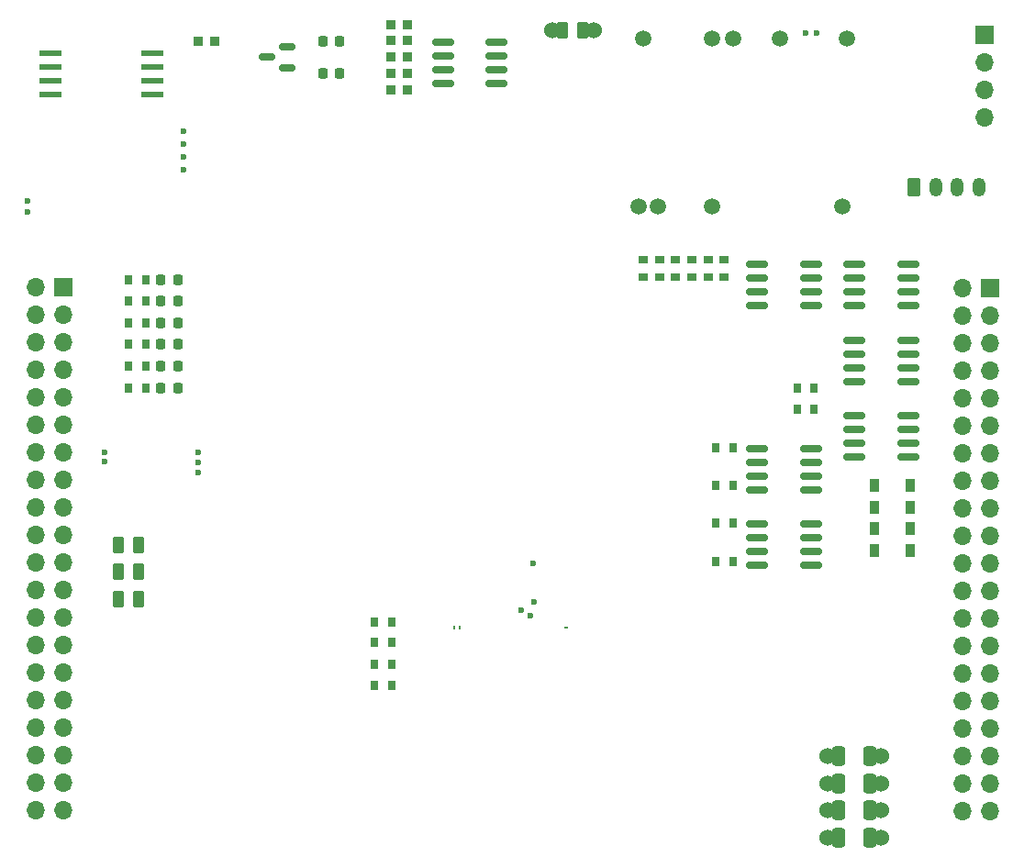
<source format=gbr>
%TF.GenerationSoftware,KiCad,Pcbnew,8.0.7*%
%TF.CreationDate,2024-12-26T23:24:23+03:00*%
%TF.ProjectId,uaefi,75616566-692e-46b6-9963-61645f706362,D*%
%TF.SameCoordinates,Original*%
%TF.FileFunction,Soldermask,Top*%
%TF.FilePolarity,Negative*%
%FSLAX46Y46*%
G04 Gerber Fmt 4.6, Leading zero omitted, Abs format (unit mm)*
G04 Created by KiCad (PCBNEW 8.0.7) date 2024-12-26 23:24:23*
%MOMM*%
%LPD*%
G01*
G04 APERTURE LIST*
G04 Aperture macros list*
%AMRoundRect*
0 Rectangle with rounded corners*
0 $1 Rounding radius*
0 $2 $3 $4 $5 $6 $7 $8 $9 X,Y pos of 4 corners*
0 Add a 4 corners polygon primitive as box body*
4,1,4,$2,$3,$4,$5,$6,$7,$8,$9,$2,$3,0*
0 Add four circle primitives for the rounded corners*
1,1,$1+$1,$2,$3*
1,1,$1+$1,$4,$5*
1,1,$1+$1,$6,$7*
1,1,$1+$1,$8,$9*
0 Add four rect primitives between the rounded corners*
20,1,$1+$1,$2,$3,$4,$5,0*
20,1,$1+$1,$4,$5,$6,$7,0*
20,1,$1+$1,$6,$7,$8,$9,0*
20,1,$1+$1,$8,$9,$2,$3,0*%
G04 Aperture macros list end*
%ADD10RoundRect,0.085000X-0.340000X-0.340000X0.340000X-0.340000X0.340000X0.340000X-0.340000X0.340000X0*%
%ADD11RoundRect,0.070000X-0.280000X-0.390000X0.280000X-0.390000X0.280000X0.390000X-0.280000X0.390000X0*%
%ADD12C,1.500000*%
%ADD13C,0.600000*%
%ADD14RoundRect,0.218750X-0.218750X-0.256250X0.218750X-0.256250X0.218750X0.256250X-0.218750X0.256250X0*%
%ADD15RoundRect,0.070000X0.390000X-0.280000X0.390000X0.280000X-0.390000X0.280000X-0.390000X-0.280000X0*%
%ADD16R,1.700000X1.700000*%
%ADD17O,1.700000X1.700000*%
%ADD18RoundRect,0.250000X-0.350000X-0.625000X0.350000X-0.625000X0.350000X0.625000X-0.350000X0.625000X0*%
%ADD19O,1.200000X1.750000*%
%ADD20RoundRect,0.100000X-0.400000X-0.625000X0.400000X-0.625000X0.400000X0.625000X-0.400000X0.625000X0*%
%ADD21RoundRect,0.150000X-0.825000X-0.150000X0.825000X-0.150000X0.825000X0.150000X-0.825000X0.150000X0*%
%ADD22RoundRect,0.090000X0.360000X0.510000X-0.360000X0.510000X-0.360000X-0.510000X0.360000X-0.510000X0*%
%ADD23C,1.524000*%
%ADD24RoundRect,0.230000X-0.345000X0.670000X-0.345000X-0.670000X0.345000X-0.670000X0.345000X0.670000X0*%
%ADD25RoundRect,0.150000X0.587500X0.150000X-0.587500X0.150000X-0.587500X-0.150000X0.587500X-0.150000X0*%
%ADD26O,0.499999X0.250000*%
%ADD27O,0.250000X0.499999*%
%ADD28C,0.599999*%
%ADD29RoundRect,0.100000X0.400000X0.625000X-0.400000X0.625000X-0.400000X-0.625000X0.400000X-0.625000X0*%
%ADD30RoundRect,0.041300X-0.968700X-0.253700X0.968700X-0.253700X0.968700X0.253700X-0.968700X0.253700X0*%
%ADD31RoundRect,0.230000X0.345000X-0.670000X0.345000X0.670000X-0.345000X0.670000X-0.345000X-0.670000X0*%
G04 APERTURE END LIST*
D10*
%TO.C,C28*%
X109209999Y-46000000D03*
X110790001Y-46000000D03*
%TD*%
D11*
%TO.C,R12*%
X139200000Y-85000000D03*
X140800000Y-85000000D03*
%TD*%
D12*
%TO.C,M1*%
X132500000Y-47250002D03*
X138899997Y-47250002D03*
X140800000Y-47250002D03*
X145100000Y-47250002D03*
D13*
X147499997Y-46800003D03*
X148499998Y-46800003D03*
D12*
X151350000Y-47250002D03*
X132049998Y-62749999D03*
X133899997Y-62749999D03*
X138850000Y-62749999D03*
X150899998Y-62749999D03*
%TD*%
D14*
%TO.C,F6*%
X88000000Y-69500000D03*
X89575000Y-69500000D03*
%TD*%
D15*
%TO.C,R33*%
X134000000Y-69300000D03*
X134000000Y-67700000D03*
%TD*%
D16*
%TO.C,BLUETOOTH1*%
X164000000Y-46960000D03*
D17*
X164000000Y-49500000D03*
X164000000Y-52040000D03*
X164000000Y-54580000D03*
%TD*%
D11*
%TO.C,R10*%
X139200000Y-92000000D03*
X140800000Y-92000000D03*
%TD*%
D14*
%TO.C,L1*%
X102925000Y-47500000D03*
X104500000Y-47500000D03*
%TD*%
D18*
%TO.C,USB1*%
X157500000Y-61000000D03*
D19*
X159500000Y-61000000D03*
X161500000Y-61000000D03*
X163500000Y-61000000D03*
%TD*%
D10*
%TO.C,C31*%
X109209999Y-50470000D03*
X110790001Y-50470000D03*
%TD*%
D20*
%TO.C,R8*%
X84049999Y-99005856D03*
X85950021Y-99005856D03*
%TD*%
D10*
%TO.C,C29*%
X109209999Y-47470000D03*
X110790001Y-47470000D03*
%TD*%
%TO.C,C30*%
X109209999Y-48970000D03*
X110790001Y-48970000D03*
%TD*%
D21*
%TO.C,U9*%
X152025000Y-68095000D03*
X152025000Y-69365000D03*
X152025000Y-70635000D03*
X152025000Y-71905000D03*
X156975000Y-71905000D03*
X156975000Y-70635000D03*
X156975000Y-69365000D03*
X156975000Y-68095000D03*
%TD*%
%TO.C,U6*%
X152025000Y-82095000D03*
X152025000Y-83365000D03*
X152025000Y-84635000D03*
X152025000Y-85905000D03*
X156975000Y-85905000D03*
X156975000Y-84635000D03*
X156975000Y-83365000D03*
X156975000Y-82095000D03*
%TD*%
D15*
%TO.C,R29*%
X140000000Y-69300000D03*
X140000000Y-67700000D03*
%TD*%
D22*
%TO.C,D5*%
X157150000Y-90500000D03*
X153850000Y-90500000D03*
%TD*%
D20*
%TO.C,R7*%
X84049999Y-96502928D03*
X85950021Y-96502928D03*
%TD*%
D13*
%TO.C,M2*%
X91475000Y-85425002D03*
X91475000Y-86375002D03*
X91475000Y-87325000D03*
X82775000Y-86325002D03*
X82775000Y-85425002D03*
%TD*%
D11*
%TO.C,R21*%
X84987500Y-71500000D03*
X86587500Y-71500000D03*
%TD*%
D15*
%TO.C,R31*%
X137000000Y-69300000D03*
X137000000Y-67700000D03*
%TD*%
D22*
%TO.C,D4*%
X157150000Y-88500000D03*
X153850000Y-88500000D03*
%TD*%
D10*
%TO.C,C27*%
X91419998Y-47500000D03*
X93000000Y-47500000D03*
%TD*%
D21*
%TO.C,U11*%
X152025000Y-75095000D03*
X152025000Y-76365000D03*
X152025000Y-77635000D03*
X152025000Y-78905000D03*
X156975000Y-78905000D03*
X156975000Y-77635000D03*
X156975000Y-76365000D03*
X156975000Y-75095000D03*
%TD*%
D23*
%TO.C,F1*%
X154450000Y-113500000D03*
D24*
X153450010Y-113500000D03*
X150549990Y-113500000D03*
D23*
X149550000Y-113500000D03*
%TD*%
D21*
%TO.C,U4*%
X114025000Y-47595000D03*
X114025000Y-48865000D03*
X114025000Y-50135000D03*
X114025000Y-51405000D03*
X118975000Y-51405000D03*
X118975000Y-50135000D03*
X118975000Y-48865000D03*
X118975000Y-47595000D03*
%TD*%
D25*
%TO.C,D8*%
X99650000Y-49950000D03*
X99650000Y-48050000D03*
X97775000Y-49000000D03*
%TD*%
D14*
%TO.C,L2*%
X102925000Y-50500000D03*
X104500000Y-50500000D03*
%TD*%
D21*
%TO.C,U7*%
X143025000Y-92095000D03*
X143025000Y-93365000D03*
X143025000Y-94635000D03*
X143025000Y-95905000D03*
X147975000Y-95905000D03*
X147975000Y-94635000D03*
X147975000Y-93365000D03*
X147975000Y-92095000D03*
%TD*%
D26*
%TO.C,CAN1*%
X125437495Y-101643334D03*
D27*
X115087501Y-101593336D03*
X115587502Y-101593336D03*
D28*
X122137499Y-100543338D03*
X121262497Y-100018338D03*
X122437501Y-99268340D03*
X122362498Y-95718339D03*
%TD*%
D14*
%TO.C,F7*%
X88000000Y-73500000D03*
X89575000Y-73500000D03*
%TD*%
D23*
%TO.C,R4*%
X127905000Y-46500000D03*
D29*
X126950001Y-46500000D03*
X125049979Y-46500000D03*
D23*
X124095000Y-46500000D03*
%TD*%
D11*
%TO.C,R2*%
X107700000Y-103000000D03*
X109300000Y-103000000D03*
%TD*%
%TO.C,R6*%
X107700000Y-106949046D03*
X109300000Y-106949046D03*
%TD*%
%TO.C,R20*%
X84987500Y-69500000D03*
X86587500Y-69500000D03*
%TD*%
D15*
%TO.C,R30*%
X138500000Y-69300000D03*
X138500000Y-67700000D03*
%TD*%
D11*
%TO.C,R15*%
X146700000Y-79500000D03*
X148300000Y-79500000D03*
%TD*%
%TO.C,R11*%
X139200000Y-95500000D03*
X140800000Y-95500000D03*
%TD*%
%TO.C,R26*%
X84987500Y-75500000D03*
X86587500Y-75500000D03*
%TD*%
%TO.C,R28*%
X84987500Y-79500000D03*
X86587500Y-79500000D03*
%TD*%
D15*
%TO.C,R34*%
X132500000Y-69300000D03*
X132500000Y-67700000D03*
%TD*%
D21*
%TO.C,U10*%
X143025000Y-68095000D03*
X143025000Y-69365000D03*
X143025000Y-70635000D03*
X143025000Y-71905000D03*
X147975000Y-71905000D03*
X147975000Y-70635000D03*
X147975000Y-69365000D03*
X147975000Y-68095000D03*
%TD*%
D11*
%TO.C,R22*%
X84987500Y-73500000D03*
X86587500Y-73500000D03*
%TD*%
%TO.C,R16*%
X146700000Y-81449046D03*
X148300000Y-81449046D03*
%TD*%
D15*
%TO.C,R32*%
X135500000Y-69300000D03*
X135500000Y-67700000D03*
%TD*%
D14*
%TO.C,F8*%
X88000000Y-75500000D03*
X89575000Y-75500000D03*
%TD*%
D10*
%TO.C,C32*%
X109209999Y-51970000D03*
X110790001Y-51970000D03*
%TD*%
D30*
%TO.C,MAP1*%
X77820000Y-48595000D03*
X77820000Y-49865000D03*
X77820000Y-51135000D03*
X77820000Y-52405000D03*
X87180000Y-52405000D03*
X87180000Y-51135000D03*
X87180000Y-49865000D03*
X87180000Y-48595000D03*
%TD*%
D11*
%TO.C,R3*%
X107700000Y-105000000D03*
X109300000Y-105000000D03*
%TD*%
D22*
%TO.C,D2*%
X157150000Y-92500000D03*
X153850000Y-92500000D03*
%TD*%
D23*
%TO.C,F4*%
X149550000Y-118500000D03*
D31*
X150549990Y-118500000D03*
X153450010Y-118500000D03*
D23*
X154450000Y-118500000D03*
%TD*%
D21*
%TO.C,U8*%
X143025000Y-85095000D03*
X143025000Y-86365000D03*
X143025000Y-87635000D03*
X143025000Y-88905000D03*
X147975000Y-88905000D03*
X147975000Y-87635000D03*
X147975000Y-86365000D03*
X147975000Y-85095000D03*
%TD*%
D14*
%TO.C,F9*%
X88000000Y-77500000D03*
X89575000Y-77500000D03*
%TD*%
D22*
%TO.C,D3*%
X157150000Y-94500000D03*
X153850000Y-94500000D03*
%TD*%
D23*
%TO.C,F2*%
X149550000Y-116000000D03*
D31*
X150549990Y-116000000D03*
X153450010Y-116000000D03*
D23*
X154450000Y-116000000D03*
%TD*%
%TO.C,F3*%
X149550000Y-121000000D03*
D31*
X150549990Y-121000000D03*
X153450010Y-121000000D03*
D23*
X154450000Y-121000000D03*
%TD*%
D14*
%TO.C,F5*%
X88000000Y-71500000D03*
X89575000Y-71500000D03*
%TD*%
D11*
%TO.C,R27*%
X84987500Y-77500000D03*
X86587500Y-77500000D03*
%TD*%
D20*
%TO.C,R5*%
X84049999Y-94000000D03*
X85950021Y-94000000D03*
%TD*%
D14*
%TO.C,F10*%
X88000000Y-79500000D03*
X89575000Y-79500000D03*
%TD*%
D11*
%TO.C,R13*%
X139200000Y-88500000D03*
X140800000Y-88500000D03*
%TD*%
D13*
%TO.C,M4*%
X90137500Y-58200000D03*
X90137500Y-59400000D03*
X90137500Y-57000000D03*
X90137500Y-55800000D03*
X75712500Y-62260000D03*
X75712500Y-63260000D03*
%TD*%
D11*
%TO.C,R1*%
X107700000Y-101101908D03*
X109300000Y-101101908D03*
%TD*%
D16*
%TO.C,SAGSOKET1*%
X164540000Y-70260000D03*
D17*
X162000000Y-70260000D03*
X164540000Y-72800000D03*
X162000000Y-72800000D03*
X164540000Y-75340000D03*
X162000000Y-75340000D03*
X164540000Y-77880000D03*
X162000000Y-77880000D03*
X164540000Y-80420000D03*
X162000000Y-80420000D03*
X164540000Y-82960000D03*
X162000000Y-82960000D03*
X164540000Y-85500000D03*
X162000000Y-85500000D03*
X164540000Y-88040000D03*
X162000000Y-88040000D03*
X164540000Y-90580000D03*
X162000000Y-90580000D03*
X164540000Y-93120000D03*
X162000000Y-93120000D03*
X164540000Y-95660000D03*
X162000000Y-95660000D03*
X164540000Y-98200000D03*
X162000000Y-98200000D03*
X164540000Y-100740000D03*
X162000000Y-100740000D03*
X164540000Y-103280000D03*
X162000000Y-103280000D03*
X164540000Y-105820000D03*
X162000000Y-105820000D03*
X164540000Y-108360000D03*
X162000000Y-108360000D03*
X164540000Y-110900000D03*
X162000000Y-110900000D03*
X164540000Y-113440000D03*
X162000000Y-113440000D03*
X164540000Y-115980000D03*
X162000000Y-115980000D03*
X164540000Y-118520000D03*
X162000000Y-118520000D03*
%TD*%
D16*
%TO.C,SOLSOKET1*%
X79000000Y-70220000D03*
D17*
X76460000Y-70220000D03*
X79000000Y-72760000D03*
X76460000Y-72760000D03*
X79000000Y-75300000D03*
X76460000Y-75300000D03*
X79000000Y-77840000D03*
X76460000Y-77840000D03*
X79000000Y-80380000D03*
X76460000Y-80380000D03*
X79000000Y-82920000D03*
X76460000Y-82920000D03*
X79000000Y-85460000D03*
X76460000Y-85460000D03*
X79000000Y-88000000D03*
X76460000Y-88000000D03*
X79000000Y-90540000D03*
X76460000Y-90540000D03*
X79000000Y-93080000D03*
X76460000Y-93080000D03*
X79000000Y-95620000D03*
X76460000Y-95620000D03*
X79000000Y-98160000D03*
X76460000Y-98160000D03*
X79000000Y-100700000D03*
X76460000Y-100700000D03*
X79000000Y-103240000D03*
X76460000Y-103240000D03*
X79000000Y-105780000D03*
X76460000Y-105780000D03*
X79000000Y-108320000D03*
X76460000Y-108320000D03*
X79000000Y-110860000D03*
X76460000Y-110860000D03*
X79000000Y-113400000D03*
X76460000Y-113400000D03*
X79000000Y-115940000D03*
X76460000Y-115940000D03*
X79000000Y-118480000D03*
X76460000Y-118480000D03*
%TD*%
M02*

</source>
